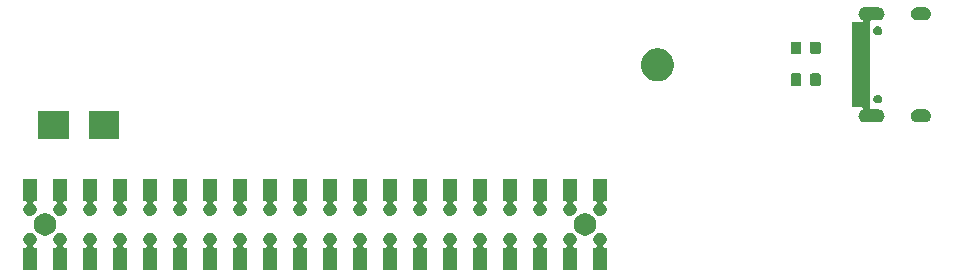
<source format=gts>
G04 #@! TF.GenerationSoftware,KiCad,Pcbnew,(5.1.5)-3*
G04 #@! TF.CreationDate,2021-11-01T10:18:25+01:00*
G04 #@! TF.ProjectId,rp4b-power-adapter,72703462-2d70-46f7-9765-722d61646170,rev?*
G04 #@! TF.SameCoordinates,PX5f5e100PY6052340*
G04 #@! TF.FileFunction,Soldermask,Top*
G04 #@! TF.FilePolarity,Negative*
%FSLAX46Y46*%
G04 Gerber Fmt 4.6, Leading zero omitted, Abs format (unit mm)*
G04 Created by KiCad (PCBNEW (5.1.5)-3) date 2021-11-01 10:18:25*
%MOMM*%
%LPD*%
G04 APERTURE LIST*
%ADD10C,0.100000*%
G04 APERTURE END LIST*
D10*
G36*
X49793638Y3769441D02*
G01*
X49895734Y3727151D01*
X49987614Y3665759D01*
X50065759Y3587614D01*
X50127151Y3495734D01*
X50169441Y3393637D01*
X50191000Y3285253D01*
X50191000Y3174747D01*
X50169441Y3066363D01*
X50127151Y2964266D01*
X50065759Y2872386D01*
X49987616Y2794243D01*
X49936266Y2759932D01*
X49917324Y2744387D01*
X49901779Y2725445D01*
X49890228Y2703834D01*
X49883115Y2680385D01*
X49880713Y2655999D01*
X49883115Y2631613D01*
X49890228Y2608164D01*
X49901779Y2586553D01*
X49917324Y2567611D01*
X49936266Y2552066D01*
X49957877Y2540515D01*
X49981326Y2533402D01*
X50005712Y2531000D01*
X50191000Y2531000D01*
X50191000Y649000D01*
X49069000Y649000D01*
X49069000Y2531000D01*
X49254288Y2531000D01*
X49278674Y2533402D01*
X49302123Y2540515D01*
X49323734Y2552066D01*
X49342676Y2567611D01*
X49358221Y2586553D01*
X49369772Y2608164D01*
X49376885Y2631613D01*
X49379287Y2655999D01*
X49376885Y2680385D01*
X49369772Y2703834D01*
X49358221Y2725445D01*
X49342676Y2744387D01*
X49323734Y2759932D01*
X49272384Y2794243D01*
X49194241Y2872386D01*
X49132849Y2964266D01*
X49090559Y3066363D01*
X49069000Y3174747D01*
X49069000Y3285253D01*
X49090559Y3393637D01*
X49132849Y3495734D01*
X49194241Y3587614D01*
X49272386Y3665759D01*
X49364266Y3727151D01*
X49466362Y3769441D01*
X49574746Y3791000D01*
X49685254Y3791000D01*
X49793638Y3769441D01*
G37*
G36*
X24393638Y3769441D02*
G01*
X24495734Y3727151D01*
X24587614Y3665759D01*
X24665759Y3587614D01*
X24727151Y3495734D01*
X24769441Y3393637D01*
X24791000Y3285253D01*
X24791000Y3174747D01*
X24769441Y3066363D01*
X24727151Y2964266D01*
X24665759Y2872386D01*
X24587616Y2794243D01*
X24536266Y2759932D01*
X24517324Y2744387D01*
X24501779Y2725445D01*
X24490228Y2703834D01*
X24483115Y2680385D01*
X24480713Y2655999D01*
X24483115Y2631613D01*
X24490228Y2608164D01*
X24501779Y2586553D01*
X24517324Y2567611D01*
X24536266Y2552066D01*
X24557877Y2540515D01*
X24581326Y2533402D01*
X24605712Y2531000D01*
X24791000Y2531000D01*
X24791000Y649000D01*
X23669000Y649000D01*
X23669000Y2531000D01*
X23854288Y2531000D01*
X23878674Y2533402D01*
X23902123Y2540515D01*
X23923734Y2552066D01*
X23942676Y2567611D01*
X23958221Y2586553D01*
X23969772Y2608164D01*
X23976885Y2631613D01*
X23979287Y2655999D01*
X23976885Y2680385D01*
X23969772Y2703834D01*
X23958221Y2725445D01*
X23942676Y2744387D01*
X23923734Y2759932D01*
X23872384Y2794243D01*
X23794241Y2872386D01*
X23732849Y2964266D01*
X23690559Y3066363D01*
X23669000Y3174747D01*
X23669000Y3285253D01*
X23690559Y3393637D01*
X23732849Y3495734D01*
X23794241Y3587614D01*
X23872386Y3665759D01*
X23964266Y3727151D01*
X24066362Y3769441D01*
X24174746Y3791000D01*
X24285254Y3791000D01*
X24393638Y3769441D01*
G37*
G36*
X1533638Y3769441D02*
G01*
X1635734Y3727151D01*
X1727614Y3665759D01*
X1805759Y3587614D01*
X1867151Y3495734D01*
X1909441Y3393637D01*
X1931000Y3285253D01*
X1931000Y3174747D01*
X1909441Y3066363D01*
X1867151Y2964266D01*
X1805759Y2872386D01*
X1727616Y2794243D01*
X1676266Y2759932D01*
X1657324Y2744387D01*
X1641779Y2725445D01*
X1630228Y2703834D01*
X1623115Y2680385D01*
X1620713Y2655999D01*
X1623115Y2631613D01*
X1630228Y2608164D01*
X1641779Y2586553D01*
X1657324Y2567611D01*
X1676266Y2552066D01*
X1697877Y2540515D01*
X1721326Y2533402D01*
X1745712Y2531000D01*
X1931000Y2531000D01*
X1931000Y649000D01*
X809000Y649000D01*
X809000Y2531000D01*
X994288Y2531000D01*
X1018674Y2533402D01*
X1042123Y2540515D01*
X1063734Y2552066D01*
X1082676Y2567611D01*
X1098221Y2586553D01*
X1109772Y2608164D01*
X1116885Y2631613D01*
X1119287Y2655999D01*
X1116885Y2680385D01*
X1109772Y2703834D01*
X1098221Y2725445D01*
X1082676Y2744387D01*
X1063734Y2759932D01*
X1012384Y2794243D01*
X934241Y2872386D01*
X872849Y2964266D01*
X830559Y3066363D01*
X809000Y3174747D01*
X809000Y3285253D01*
X830559Y3393637D01*
X872849Y3495734D01*
X934241Y3587614D01*
X1012386Y3665759D01*
X1104266Y3727151D01*
X1206362Y3769441D01*
X1314746Y3791000D01*
X1425254Y3791000D01*
X1533638Y3769441D01*
G37*
G36*
X4073638Y3769441D02*
G01*
X4175734Y3727151D01*
X4267614Y3665759D01*
X4345759Y3587614D01*
X4407151Y3495734D01*
X4449441Y3393637D01*
X4471000Y3285253D01*
X4471000Y3174747D01*
X4449441Y3066363D01*
X4407151Y2964266D01*
X4345759Y2872386D01*
X4267616Y2794243D01*
X4216266Y2759932D01*
X4197324Y2744387D01*
X4181779Y2725445D01*
X4170228Y2703834D01*
X4163115Y2680385D01*
X4160713Y2655999D01*
X4163115Y2631613D01*
X4170228Y2608164D01*
X4181779Y2586553D01*
X4197324Y2567611D01*
X4216266Y2552066D01*
X4237877Y2540515D01*
X4261326Y2533402D01*
X4285712Y2531000D01*
X4471000Y2531000D01*
X4471000Y649000D01*
X3349000Y649000D01*
X3349000Y2531000D01*
X3534288Y2531000D01*
X3558674Y2533402D01*
X3582123Y2540515D01*
X3603734Y2552066D01*
X3622676Y2567611D01*
X3638221Y2586553D01*
X3649772Y2608164D01*
X3656885Y2631613D01*
X3659287Y2655999D01*
X3656885Y2680385D01*
X3649772Y2703834D01*
X3638221Y2725445D01*
X3622676Y2744387D01*
X3603734Y2759932D01*
X3552384Y2794243D01*
X3474241Y2872386D01*
X3412849Y2964266D01*
X3370559Y3066363D01*
X3349000Y3174747D01*
X3349000Y3285253D01*
X3370559Y3393637D01*
X3412849Y3495734D01*
X3474241Y3587614D01*
X3552386Y3665759D01*
X3644266Y3727151D01*
X3746362Y3769441D01*
X3854746Y3791000D01*
X3965254Y3791000D01*
X4073638Y3769441D01*
G37*
G36*
X6613638Y3769441D02*
G01*
X6715734Y3727151D01*
X6807614Y3665759D01*
X6885759Y3587614D01*
X6947151Y3495734D01*
X6989441Y3393637D01*
X7011000Y3285253D01*
X7011000Y3174747D01*
X6989441Y3066363D01*
X6947151Y2964266D01*
X6885759Y2872386D01*
X6807616Y2794243D01*
X6756266Y2759932D01*
X6737324Y2744387D01*
X6721779Y2725445D01*
X6710228Y2703834D01*
X6703115Y2680385D01*
X6700713Y2655999D01*
X6703115Y2631613D01*
X6710228Y2608164D01*
X6721779Y2586553D01*
X6737324Y2567611D01*
X6756266Y2552066D01*
X6777877Y2540515D01*
X6801326Y2533402D01*
X6825712Y2531000D01*
X7011000Y2531000D01*
X7011000Y649000D01*
X5889000Y649000D01*
X5889000Y2531000D01*
X6074288Y2531000D01*
X6098674Y2533402D01*
X6122123Y2540515D01*
X6143734Y2552066D01*
X6162676Y2567611D01*
X6178221Y2586553D01*
X6189772Y2608164D01*
X6196885Y2631613D01*
X6199287Y2655999D01*
X6196885Y2680385D01*
X6189772Y2703834D01*
X6178221Y2725445D01*
X6162676Y2744387D01*
X6143734Y2759932D01*
X6092384Y2794243D01*
X6014241Y2872386D01*
X5952849Y2964266D01*
X5910559Y3066363D01*
X5889000Y3174747D01*
X5889000Y3285253D01*
X5910559Y3393637D01*
X5952849Y3495734D01*
X6014241Y3587614D01*
X6092386Y3665759D01*
X6184266Y3727151D01*
X6286362Y3769441D01*
X6394746Y3791000D01*
X6505254Y3791000D01*
X6613638Y3769441D01*
G37*
G36*
X9153638Y3769441D02*
G01*
X9255734Y3727151D01*
X9347614Y3665759D01*
X9425759Y3587614D01*
X9487151Y3495734D01*
X9529441Y3393637D01*
X9551000Y3285253D01*
X9551000Y3174747D01*
X9529441Y3066363D01*
X9487151Y2964266D01*
X9425759Y2872386D01*
X9347616Y2794243D01*
X9296266Y2759932D01*
X9277324Y2744387D01*
X9261779Y2725445D01*
X9250228Y2703834D01*
X9243115Y2680385D01*
X9240713Y2655999D01*
X9243115Y2631613D01*
X9250228Y2608164D01*
X9261779Y2586553D01*
X9277324Y2567611D01*
X9296266Y2552066D01*
X9317877Y2540515D01*
X9341326Y2533402D01*
X9365712Y2531000D01*
X9551000Y2531000D01*
X9551000Y649000D01*
X8429000Y649000D01*
X8429000Y2531000D01*
X8614288Y2531000D01*
X8638674Y2533402D01*
X8662123Y2540515D01*
X8683734Y2552066D01*
X8702676Y2567611D01*
X8718221Y2586553D01*
X8729772Y2608164D01*
X8736885Y2631613D01*
X8739287Y2655999D01*
X8736885Y2680385D01*
X8729772Y2703834D01*
X8718221Y2725445D01*
X8702676Y2744387D01*
X8683734Y2759932D01*
X8632384Y2794243D01*
X8554241Y2872386D01*
X8492849Y2964266D01*
X8450559Y3066363D01*
X8429000Y3174747D01*
X8429000Y3285253D01*
X8450559Y3393637D01*
X8492849Y3495734D01*
X8554241Y3587614D01*
X8632386Y3665759D01*
X8724266Y3727151D01*
X8826362Y3769441D01*
X8934746Y3791000D01*
X9045254Y3791000D01*
X9153638Y3769441D01*
G37*
G36*
X11693638Y3769441D02*
G01*
X11795734Y3727151D01*
X11887614Y3665759D01*
X11965759Y3587614D01*
X12027151Y3495734D01*
X12069441Y3393637D01*
X12091000Y3285253D01*
X12091000Y3174747D01*
X12069441Y3066363D01*
X12027151Y2964266D01*
X11965759Y2872386D01*
X11887616Y2794243D01*
X11836266Y2759932D01*
X11817324Y2744387D01*
X11801779Y2725445D01*
X11790228Y2703834D01*
X11783115Y2680385D01*
X11780713Y2655999D01*
X11783115Y2631613D01*
X11790228Y2608164D01*
X11801779Y2586553D01*
X11817324Y2567611D01*
X11836266Y2552066D01*
X11857877Y2540515D01*
X11881326Y2533402D01*
X11905712Y2531000D01*
X12091000Y2531000D01*
X12091000Y649000D01*
X10969000Y649000D01*
X10969000Y2531000D01*
X11154288Y2531000D01*
X11178674Y2533402D01*
X11202123Y2540515D01*
X11223734Y2552066D01*
X11242676Y2567611D01*
X11258221Y2586553D01*
X11269772Y2608164D01*
X11276885Y2631613D01*
X11279287Y2655999D01*
X11276885Y2680385D01*
X11269772Y2703834D01*
X11258221Y2725445D01*
X11242676Y2744387D01*
X11223734Y2759932D01*
X11172384Y2794243D01*
X11094241Y2872386D01*
X11032849Y2964266D01*
X10990559Y3066363D01*
X10969000Y3174747D01*
X10969000Y3285253D01*
X10990559Y3393637D01*
X11032849Y3495734D01*
X11094241Y3587614D01*
X11172386Y3665759D01*
X11264266Y3727151D01*
X11366362Y3769441D01*
X11474746Y3791000D01*
X11585254Y3791000D01*
X11693638Y3769441D01*
G37*
G36*
X14233638Y3769441D02*
G01*
X14335734Y3727151D01*
X14427614Y3665759D01*
X14505759Y3587614D01*
X14567151Y3495734D01*
X14609441Y3393637D01*
X14631000Y3285253D01*
X14631000Y3174747D01*
X14609441Y3066363D01*
X14567151Y2964266D01*
X14505759Y2872386D01*
X14427616Y2794243D01*
X14376266Y2759932D01*
X14357324Y2744387D01*
X14341779Y2725445D01*
X14330228Y2703834D01*
X14323115Y2680385D01*
X14320713Y2655999D01*
X14323115Y2631613D01*
X14330228Y2608164D01*
X14341779Y2586553D01*
X14357324Y2567611D01*
X14376266Y2552066D01*
X14397877Y2540515D01*
X14421326Y2533402D01*
X14445712Y2531000D01*
X14631000Y2531000D01*
X14631000Y649000D01*
X13509000Y649000D01*
X13509000Y2531000D01*
X13694288Y2531000D01*
X13718674Y2533402D01*
X13742123Y2540515D01*
X13763734Y2552066D01*
X13782676Y2567611D01*
X13798221Y2586553D01*
X13809772Y2608164D01*
X13816885Y2631613D01*
X13819287Y2655999D01*
X13816885Y2680385D01*
X13809772Y2703834D01*
X13798221Y2725445D01*
X13782676Y2744387D01*
X13763734Y2759932D01*
X13712384Y2794243D01*
X13634241Y2872386D01*
X13572849Y2964266D01*
X13530559Y3066363D01*
X13509000Y3174747D01*
X13509000Y3285253D01*
X13530559Y3393637D01*
X13572849Y3495734D01*
X13634241Y3587614D01*
X13712386Y3665759D01*
X13804266Y3727151D01*
X13906362Y3769441D01*
X14014746Y3791000D01*
X14125254Y3791000D01*
X14233638Y3769441D01*
G37*
G36*
X16773638Y3769441D02*
G01*
X16875734Y3727151D01*
X16967614Y3665759D01*
X17045759Y3587614D01*
X17107151Y3495734D01*
X17149441Y3393637D01*
X17171000Y3285253D01*
X17171000Y3174747D01*
X17149441Y3066363D01*
X17107151Y2964266D01*
X17045759Y2872386D01*
X16967616Y2794243D01*
X16916266Y2759932D01*
X16897324Y2744387D01*
X16881779Y2725445D01*
X16870228Y2703834D01*
X16863115Y2680385D01*
X16860713Y2655999D01*
X16863115Y2631613D01*
X16870228Y2608164D01*
X16881779Y2586553D01*
X16897324Y2567611D01*
X16916266Y2552066D01*
X16937877Y2540515D01*
X16961326Y2533402D01*
X16985712Y2531000D01*
X17171000Y2531000D01*
X17171000Y649000D01*
X16049000Y649000D01*
X16049000Y2531000D01*
X16234288Y2531000D01*
X16258674Y2533402D01*
X16282123Y2540515D01*
X16303734Y2552066D01*
X16322676Y2567611D01*
X16338221Y2586553D01*
X16349772Y2608164D01*
X16356885Y2631613D01*
X16359287Y2655999D01*
X16356885Y2680385D01*
X16349772Y2703834D01*
X16338221Y2725445D01*
X16322676Y2744387D01*
X16303734Y2759932D01*
X16252384Y2794243D01*
X16174241Y2872386D01*
X16112849Y2964266D01*
X16070559Y3066363D01*
X16049000Y3174747D01*
X16049000Y3285253D01*
X16070559Y3393637D01*
X16112849Y3495734D01*
X16174241Y3587614D01*
X16252386Y3665759D01*
X16344266Y3727151D01*
X16446362Y3769441D01*
X16554746Y3791000D01*
X16665254Y3791000D01*
X16773638Y3769441D01*
G37*
G36*
X19313638Y3769441D02*
G01*
X19415734Y3727151D01*
X19507614Y3665759D01*
X19585759Y3587614D01*
X19647151Y3495734D01*
X19689441Y3393637D01*
X19711000Y3285253D01*
X19711000Y3174747D01*
X19689441Y3066363D01*
X19647151Y2964266D01*
X19585759Y2872386D01*
X19507616Y2794243D01*
X19456266Y2759932D01*
X19437324Y2744387D01*
X19421779Y2725445D01*
X19410228Y2703834D01*
X19403115Y2680385D01*
X19400713Y2655999D01*
X19403115Y2631613D01*
X19410228Y2608164D01*
X19421779Y2586553D01*
X19437324Y2567611D01*
X19456266Y2552066D01*
X19477877Y2540515D01*
X19501326Y2533402D01*
X19525712Y2531000D01*
X19711000Y2531000D01*
X19711000Y649000D01*
X18589000Y649000D01*
X18589000Y2531000D01*
X18774288Y2531000D01*
X18798674Y2533402D01*
X18822123Y2540515D01*
X18843734Y2552066D01*
X18862676Y2567611D01*
X18878221Y2586553D01*
X18889772Y2608164D01*
X18896885Y2631613D01*
X18899287Y2655999D01*
X18896885Y2680385D01*
X18889772Y2703834D01*
X18878221Y2725445D01*
X18862676Y2744387D01*
X18843734Y2759932D01*
X18792384Y2794243D01*
X18714241Y2872386D01*
X18652849Y2964266D01*
X18610559Y3066363D01*
X18589000Y3174747D01*
X18589000Y3285253D01*
X18610559Y3393637D01*
X18652849Y3495734D01*
X18714241Y3587614D01*
X18792386Y3665759D01*
X18884266Y3727151D01*
X18986362Y3769441D01*
X19094746Y3791000D01*
X19205254Y3791000D01*
X19313638Y3769441D01*
G37*
G36*
X21853638Y3769441D02*
G01*
X21955734Y3727151D01*
X22047614Y3665759D01*
X22125759Y3587614D01*
X22187151Y3495734D01*
X22229441Y3393637D01*
X22251000Y3285253D01*
X22251000Y3174747D01*
X22229441Y3066363D01*
X22187151Y2964266D01*
X22125759Y2872386D01*
X22047616Y2794243D01*
X21996266Y2759932D01*
X21977324Y2744387D01*
X21961779Y2725445D01*
X21950228Y2703834D01*
X21943115Y2680385D01*
X21940713Y2655999D01*
X21943115Y2631613D01*
X21950228Y2608164D01*
X21961779Y2586553D01*
X21977324Y2567611D01*
X21996266Y2552066D01*
X22017877Y2540515D01*
X22041326Y2533402D01*
X22065712Y2531000D01*
X22251000Y2531000D01*
X22251000Y649000D01*
X21129000Y649000D01*
X21129000Y2531000D01*
X21314288Y2531000D01*
X21338674Y2533402D01*
X21362123Y2540515D01*
X21383734Y2552066D01*
X21402676Y2567611D01*
X21418221Y2586553D01*
X21429772Y2608164D01*
X21436885Y2631613D01*
X21439287Y2655999D01*
X21436885Y2680385D01*
X21429772Y2703834D01*
X21418221Y2725445D01*
X21402676Y2744387D01*
X21383734Y2759932D01*
X21332384Y2794243D01*
X21254241Y2872386D01*
X21192849Y2964266D01*
X21150559Y3066363D01*
X21129000Y3174747D01*
X21129000Y3285253D01*
X21150559Y3393637D01*
X21192849Y3495734D01*
X21254241Y3587614D01*
X21332386Y3665759D01*
X21424266Y3727151D01*
X21526362Y3769441D01*
X21634746Y3791000D01*
X21745254Y3791000D01*
X21853638Y3769441D01*
G37*
G36*
X29473638Y3769441D02*
G01*
X29575734Y3727151D01*
X29667614Y3665759D01*
X29745759Y3587614D01*
X29807151Y3495734D01*
X29849441Y3393637D01*
X29871000Y3285253D01*
X29871000Y3174747D01*
X29849441Y3066363D01*
X29807151Y2964266D01*
X29745759Y2872386D01*
X29667616Y2794243D01*
X29616266Y2759932D01*
X29597324Y2744387D01*
X29581779Y2725445D01*
X29570228Y2703834D01*
X29563115Y2680385D01*
X29560713Y2655999D01*
X29563115Y2631613D01*
X29570228Y2608164D01*
X29581779Y2586553D01*
X29597324Y2567611D01*
X29616266Y2552066D01*
X29637877Y2540515D01*
X29661326Y2533402D01*
X29685712Y2531000D01*
X29871000Y2531000D01*
X29871000Y649000D01*
X28749000Y649000D01*
X28749000Y2531000D01*
X28934288Y2531000D01*
X28958674Y2533402D01*
X28982123Y2540515D01*
X29003734Y2552066D01*
X29022676Y2567611D01*
X29038221Y2586553D01*
X29049772Y2608164D01*
X29056885Y2631613D01*
X29059287Y2655999D01*
X29056885Y2680385D01*
X29049772Y2703834D01*
X29038221Y2725445D01*
X29022676Y2744387D01*
X29003734Y2759932D01*
X28952384Y2794243D01*
X28874241Y2872386D01*
X28812849Y2964266D01*
X28770559Y3066363D01*
X28749000Y3174747D01*
X28749000Y3285253D01*
X28770559Y3393637D01*
X28812849Y3495734D01*
X28874241Y3587614D01*
X28952386Y3665759D01*
X29044266Y3727151D01*
X29146362Y3769441D01*
X29254746Y3791000D01*
X29365254Y3791000D01*
X29473638Y3769441D01*
G37*
G36*
X32013638Y3769441D02*
G01*
X32115734Y3727151D01*
X32207614Y3665759D01*
X32285759Y3587614D01*
X32347151Y3495734D01*
X32389441Y3393637D01*
X32411000Y3285253D01*
X32411000Y3174747D01*
X32389441Y3066363D01*
X32347151Y2964266D01*
X32285759Y2872386D01*
X32207616Y2794243D01*
X32156266Y2759932D01*
X32137324Y2744387D01*
X32121779Y2725445D01*
X32110228Y2703834D01*
X32103115Y2680385D01*
X32100713Y2655999D01*
X32103115Y2631613D01*
X32110228Y2608164D01*
X32121779Y2586553D01*
X32137324Y2567611D01*
X32156266Y2552066D01*
X32177877Y2540515D01*
X32201326Y2533402D01*
X32225712Y2531000D01*
X32411000Y2531000D01*
X32411000Y649000D01*
X31289000Y649000D01*
X31289000Y2531000D01*
X31474288Y2531000D01*
X31498674Y2533402D01*
X31522123Y2540515D01*
X31543734Y2552066D01*
X31562676Y2567611D01*
X31578221Y2586553D01*
X31589772Y2608164D01*
X31596885Y2631613D01*
X31599287Y2655999D01*
X31596885Y2680385D01*
X31589772Y2703834D01*
X31578221Y2725445D01*
X31562676Y2744387D01*
X31543734Y2759932D01*
X31492384Y2794243D01*
X31414241Y2872386D01*
X31352849Y2964266D01*
X31310559Y3066363D01*
X31289000Y3174747D01*
X31289000Y3285253D01*
X31310559Y3393637D01*
X31352849Y3495734D01*
X31414241Y3587614D01*
X31492386Y3665759D01*
X31584266Y3727151D01*
X31686362Y3769441D01*
X31794746Y3791000D01*
X31905254Y3791000D01*
X32013638Y3769441D01*
G37*
G36*
X34553638Y3769441D02*
G01*
X34655734Y3727151D01*
X34747614Y3665759D01*
X34825759Y3587614D01*
X34887151Y3495734D01*
X34929441Y3393637D01*
X34951000Y3285253D01*
X34951000Y3174747D01*
X34929441Y3066363D01*
X34887151Y2964266D01*
X34825759Y2872386D01*
X34747616Y2794243D01*
X34696266Y2759932D01*
X34677324Y2744387D01*
X34661779Y2725445D01*
X34650228Y2703834D01*
X34643115Y2680385D01*
X34640713Y2655999D01*
X34643115Y2631613D01*
X34650228Y2608164D01*
X34661779Y2586553D01*
X34677324Y2567611D01*
X34696266Y2552066D01*
X34717877Y2540515D01*
X34741326Y2533402D01*
X34765712Y2531000D01*
X34951000Y2531000D01*
X34951000Y649000D01*
X33829000Y649000D01*
X33829000Y2531000D01*
X34014288Y2531000D01*
X34038674Y2533402D01*
X34062123Y2540515D01*
X34083734Y2552066D01*
X34102676Y2567611D01*
X34118221Y2586553D01*
X34129772Y2608164D01*
X34136885Y2631613D01*
X34139287Y2655999D01*
X34136885Y2680385D01*
X34129772Y2703834D01*
X34118221Y2725445D01*
X34102676Y2744387D01*
X34083734Y2759932D01*
X34032384Y2794243D01*
X33954241Y2872386D01*
X33892849Y2964266D01*
X33850559Y3066363D01*
X33829000Y3174747D01*
X33829000Y3285253D01*
X33850559Y3393637D01*
X33892849Y3495734D01*
X33954241Y3587614D01*
X34032386Y3665759D01*
X34124266Y3727151D01*
X34226362Y3769441D01*
X34334746Y3791000D01*
X34445254Y3791000D01*
X34553638Y3769441D01*
G37*
G36*
X37093638Y3769441D02*
G01*
X37195734Y3727151D01*
X37287614Y3665759D01*
X37365759Y3587614D01*
X37427151Y3495734D01*
X37469441Y3393637D01*
X37491000Y3285253D01*
X37491000Y3174747D01*
X37469441Y3066363D01*
X37427151Y2964266D01*
X37365759Y2872386D01*
X37287616Y2794243D01*
X37236266Y2759932D01*
X37217324Y2744387D01*
X37201779Y2725445D01*
X37190228Y2703834D01*
X37183115Y2680385D01*
X37180713Y2655999D01*
X37183115Y2631613D01*
X37190228Y2608164D01*
X37201779Y2586553D01*
X37217324Y2567611D01*
X37236266Y2552066D01*
X37257877Y2540515D01*
X37281326Y2533402D01*
X37305712Y2531000D01*
X37491000Y2531000D01*
X37491000Y649000D01*
X36369000Y649000D01*
X36369000Y2531000D01*
X36554288Y2531000D01*
X36578674Y2533402D01*
X36602123Y2540515D01*
X36623734Y2552066D01*
X36642676Y2567611D01*
X36658221Y2586553D01*
X36669772Y2608164D01*
X36676885Y2631613D01*
X36679287Y2655999D01*
X36676885Y2680385D01*
X36669772Y2703834D01*
X36658221Y2725445D01*
X36642676Y2744387D01*
X36623734Y2759932D01*
X36572384Y2794243D01*
X36494241Y2872386D01*
X36432849Y2964266D01*
X36390559Y3066363D01*
X36369000Y3174747D01*
X36369000Y3285253D01*
X36390559Y3393637D01*
X36432849Y3495734D01*
X36494241Y3587614D01*
X36572386Y3665759D01*
X36664266Y3727151D01*
X36766362Y3769441D01*
X36874746Y3791000D01*
X36985254Y3791000D01*
X37093638Y3769441D01*
G37*
G36*
X39633638Y3769441D02*
G01*
X39735734Y3727151D01*
X39827614Y3665759D01*
X39905759Y3587614D01*
X39967151Y3495734D01*
X40009441Y3393637D01*
X40031000Y3285253D01*
X40031000Y3174747D01*
X40009441Y3066363D01*
X39967151Y2964266D01*
X39905759Y2872386D01*
X39827616Y2794243D01*
X39776266Y2759932D01*
X39757324Y2744387D01*
X39741779Y2725445D01*
X39730228Y2703834D01*
X39723115Y2680385D01*
X39720713Y2655999D01*
X39723115Y2631613D01*
X39730228Y2608164D01*
X39741779Y2586553D01*
X39757324Y2567611D01*
X39776266Y2552066D01*
X39797877Y2540515D01*
X39821326Y2533402D01*
X39845712Y2531000D01*
X40031000Y2531000D01*
X40031000Y649000D01*
X38909000Y649000D01*
X38909000Y2531000D01*
X39094288Y2531000D01*
X39118674Y2533402D01*
X39142123Y2540515D01*
X39163734Y2552066D01*
X39182676Y2567611D01*
X39198221Y2586553D01*
X39209772Y2608164D01*
X39216885Y2631613D01*
X39219287Y2655999D01*
X39216885Y2680385D01*
X39209772Y2703834D01*
X39198221Y2725445D01*
X39182676Y2744387D01*
X39163734Y2759932D01*
X39112384Y2794243D01*
X39034241Y2872386D01*
X38972849Y2964266D01*
X38930559Y3066363D01*
X38909000Y3174747D01*
X38909000Y3285253D01*
X38930559Y3393637D01*
X38972849Y3495734D01*
X39034241Y3587614D01*
X39112386Y3665759D01*
X39204266Y3727151D01*
X39306362Y3769441D01*
X39414746Y3791000D01*
X39525254Y3791000D01*
X39633638Y3769441D01*
G37*
G36*
X42173638Y3769441D02*
G01*
X42275734Y3727151D01*
X42367614Y3665759D01*
X42445759Y3587614D01*
X42507151Y3495734D01*
X42549441Y3393637D01*
X42571000Y3285253D01*
X42571000Y3174747D01*
X42549441Y3066363D01*
X42507151Y2964266D01*
X42445759Y2872386D01*
X42367616Y2794243D01*
X42316266Y2759932D01*
X42297324Y2744387D01*
X42281779Y2725445D01*
X42270228Y2703834D01*
X42263115Y2680385D01*
X42260713Y2655999D01*
X42263115Y2631613D01*
X42270228Y2608164D01*
X42281779Y2586553D01*
X42297324Y2567611D01*
X42316266Y2552066D01*
X42337877Y2540515D01*
X42361326Y2533402D01*
X42385712Y2531000D01*
X42571000Y2531000D01*
X42571000Y649000D01*
X41449000Y649000D01*
X41449000Y2531000D01*
X41634288Y2531000D01*
X41658674Y2533402D01*
X41682123Y2540515D01*
X41703734Y2552066D01*
X41722676Y2567611D01*
X41738221Y2586553D01*
X41749772Y2608164D01*
X41756885Y2631613D01*
X41759287Y2655999D01*
X41756885Y2680385D01*
X41749772Y2703834D01*
X41738221Y2725445D01*
X41722676Y2744387D01*
X41703734Y2759932D01*
X41652384Y2794243D01*
X41574241Y2872386D01*
X41512849Y2964266D01*
X41470559Y3066363D01*
X41449000Y3174747D01*
X41449000Y3285253D01*
X41470559Y3393637D01*
X41512849Y3495734D01*
X41574241Y3587614D01*
X41652386Y3665759D01*
X41744266Y3727151D01*
X41846362Y3769441D01*
X41954746Y3791000D01*
X42065254Y3791000D01*
X42173638Y3769441D01*
G37*
G36*
X44713638Y3769441D02*
G01*
X44815734Y3727151D01*
X44907614Y3665759D01*
X44985759Y3587614D01*
X45047151Y3495734D01*
X45089441Y3393637D01*
X45111000Y3285253D01*
X45111000Y3174747D01*
X45089441Y3066363D01*
X45047151Y2964266D01*
X44985759Y2872386D01*
X44907616Y2794243D01*
X44856266Y2759932D01*
X44837324Y2744387D01*
X44821779Y2725445D01*
X44810228Y2703834D01*
X44803115Y2680385D01*
X44800713Y2655999D01*
X44803115Y2631613D01*
X44810228Y2608164D01*
X44821779Y2586553D01*
X44837324Y2567611D01*
X44856266Y2552066D01*
X44877877Y2540515D01*
X44901326Y2533402D01*
X44925712Y2531000D01*
X45111000Y2531000D01*
X45111000Y649000D01*
X43989000Y649000D01*
X43989000Y2531000D01*
X44174288Y2531000D01*
X44198674Y2533402D01*
X44222123Y2540515D01*
X44243734Y2552066D01*
X44262676Y2567611D01*
X44278221Y2586553D01*
X44289772Y2608164D01*
X44296885Y2631613D01*
X44299287Y2655999D01*
X44296885Y2680385D01*
X44289772Y2703834D01*
X44278221Y2725445D01*
X44262676Y2744387D01*
X44243734Y2759932D01*
X44192384Y2794243D01*
X44114241Y2872386D01*
X44052849Y2964266D01*
X44010559Y3066363D01*
X43989000Y3174747D01*
X43989000Y3285253D01*
X44010559Y3393637D01*
X44052849Y3495734D01*
X44114241Y3587614D01*
X44192386Y3665759D01*
X44284266Y3727151D01*
X44386362Y3769441D01*
X44494746Y3791000D01*
X44605254Y3791000D01*
X44713638Y3769441D01*
G37*
G36*
X47253638Y3769441D02*
G01*
X47355734Y3727151D01*
X47447614Y3665759D01*
X47525759Y3587614D01*
X47587151Y3495734D01*
X47629441Y3393637D01*
X47651000Y3285253D01*
X47651000Y3174747D01*
X47629441Y3066363D01*
X47587151Y2964266D01*
X47525759Y2872386D01*
X47447616Y2794243D01*
X47396266Y2759932D01*
X47377324Y2744387D01*
X47361779Y2725445D01*
X47350228Y2703834D01*
X47343115Y2680385D01*
X47340713Y2655999D01*
X47343115Y2631613D01*
X47350228Y2608164D01*
X47361779Y2586553D01*
X47377324Y2567611D01*
X47396266Y2552066D01*
X47417877Y2540515D01*
X47441326Y2533402D01*
X47465712Y2531000D01*
X47651000Y2531000D01*
X47651000Y649000D01*
X46529000Y649000D01*
X46529000Y2531000D01*
X46714288Y2531000D01*
X46738674Y2533402D01*
X46762123Y2540515D01*
X46783734Y2552066D01*
X46802676Y2567611D01*
X46818221Y2586553D01*
X46829772Y2608164D01*
X46836885Y2631613D01*
X46839287Y2655999D01*
X46836885Y2680385D01*
X46829772Y2703834D01*
X46818221Y2725445D01*
X46802676Y2744387D01*
X46783734Y2759932D01*
X46732384Y2794243D01*
X46654241Y2872386D01*
X46592849Y2964266D01*
X46550559Y3066363D01*
X46529000Y3174747D01*
X46529000Y3285253D01*
X46550559Y3393637D01*
X46592849Y3495734D01*
X46654241Y3587614D01*
X46732386Y3665759D01*
X46824266Y3727151D01*
X46926362Y3769441D01*
X47034746Y3791000D01*
X47145254Y3791000D01*
X47253638Y3769441D01*
G37*
G36*
X26933638Y3769441D02*
G01*
X27035734Y3727151D01*
X27127614Y3665759D01*
X27205759Y3587614D01*
X27267151Y3495734D01*
X27309441Y3393637D01*
X27331000Y3285253D01*
X27331000Y3174747D01*
X27309441Y3066363D01*
X27267151Y2964266D01*
X27205759Y2872386D01*
X27127616Y2794243D01*
X27076266Y2759932D01*
X27057324Y2744387D01*
X27041779Y2725445D01*
X27030228Y2703834D01*
X27023115Y2680385D01*
X27020713Y2655999D01*
X27023115Y2631613D01*
X27030228Y2608164D01*
X27041779Y2586553D01*
X27057324Y2567611D01*
X27076266Y2552066D01*
X27097877Y2540515D01*
X27121326Y2533402D01*
X27145712Y2531000D01*
X27331000Y2531000D01*
X27331000Y649000D01*
X26209000Y649000D01*
X26209000Y2531000D01*
X26394288Y2531000D01*
X26418674Y2533402D01*
X26442123Y2540515D01*
X26463734Y2552066D01*
X26482676Y2567611D01*
X26498221Y2586553D01*
X26509772Y2608164D01*
X26516885Y2631613D01*
X26519287Y2655999D01*
X26516885Y2680385D01*
X26509772Y2703834D01*
X26498221Y2725445D01*
X26482676Y2744387D01*
X26463734Y2759932D01*
X26412384Y2794243D01*
X26334241Y2872386D01*
X26272849Y2964266D01*
X26230559Y3066363D01*
X26209000Y3174747D01*
X26209000Y3285253D01*
X26230559Y3393637D01*
X26272849Y3495734D01*
X26334241Y3587614D01*
X26412386Y3665759D01*
X26504266Y3727151D01*
X26606362Y3769441D01*
X26714746Y3791000D01*
X26825254Y3791000D01*
X26933638Y3769441D01*
G37*
G36*
X2917395Y5414454D02*
G01*
X3090466Y5342766D01*
X3167818Y5291081D01*
X3246227Y5238690D01*
X3378690Y5106227D01*
X3378691Y5106225D01*
X3482766Y4950466D01*
X3554454Y4777395D01*
X3591000Y4593667D01*
X3591000Y4406333D01*
X3554454Y4222605D01*
X3482766Y4049534D01*
X3482765Y4049533D01*
X3378690Y3893773D01*
X3246227Y3761310D01*
X3195104Y3727151D01*
X3090466Y3657234D01*
X2917395Y3585546D01*
X2733667Y3549000D01*
X2546333Y3549000D01*
X2362605Y3585546D01*
X2189534Y3657234D01*
X2084896Y3727151D01*
X2033773Y3761310D01*
X1901310Y3893773D01*
X1797235Y4049533D01*
X1797234Y4049534D01*
X1725546Y4222605D01*
X1689000Y4406333D01*
X1689000Y4593667D01*
X1725546Y4777395D01*
X1797234Y4950466D01*
X1901309Y5106225D01*
X1901310Y5106227D01*
X2033773Y5238690D01*
X2112182Y5291081D01*
X2189534Y5342766D01*
X2362605Y5414454D01*
X2546333Y5451000D01*
X2733667Y5451000D01*
X2917395Y5414454D01*
G37*
G36*
X48637395Y5414454D02*
G01*
X48810466Y5342766D01*
X48887818Y5291081D01*
X48966227Y5238690D01*
X49098690Y5106227D01*
X49098691Y5106225D01*
X49202766Y4950466D01*
X49274454Y4777395D01*
X49311000Y4593667D01*
X49311000Y4406333D01*
X49274454Y4222605D01*
X49202766Y4049534D01*
X49202765Y4049533D01*
X49098690Y3893773D01*
X48966227Y3761310D01*
X48915104Y3727151D01*
X48810466Y3657234D01*
X48637395Y3585546D01*
X48453667Y3549000D01*
X48266333Y3549000D01*
X48082605Y3585546D01*
X47909534Y3657234D01*
X47804896Y3727151D01*
X47753773Y3761310D01*
X47621310Y3893773D01*
X47517235Y4049533D01*
X47517234Y4049534D01*
X47445546Y4222605D01*
X47409000Y4406333D01*
X47409000Y4593667D01*
X47445546Y4777395D01*
X47517234Y4950466D01*
X47621309Y5106225D01*
X47621310Y5106227D01*
X47753773Y5238690D01*
X47832182Y5291081D01*
X47909534Y5342766D01*
X48082605Y5414454D01*
X48266333Y5451000D01*
X48453667Y5451000D01*
X48637395Y5414454D01*
G37*
G36*
X47651000Y6469000D02*
G01*
X47465712Y6469000D01*
X47441326Y6466598D01*
X47417877Y6459485D01*
X47396266Y6447934D01*
X47377324Y6432389D01*
X47361779Y6413447D01*
X47350228Y6391836D01*
X47343115Y6368387D01*
X47340713Y6344001D01*
X47343115Y6319615D01*
X47350228Y6296166D01*
X47361779Y6274555D01*
X47377324Y6255613D01*
X47396266Y6240068D01*
X47447616Y6205757D01*
X47525759Y6127614D01*
X47587151Y6035734D01*
X47629441Y5933637D01*
X47651000Y5825253D01*
X47651000Y5714747D01*
X47629441Y5606363D01*
X47587151Y5504266D01*
X47525759Y5412386D01*
X47447614Y5334241D01*
X47355734Y5272849D01*
X47304685Y5251704D01*
X47253638Y5230559D01*
X47145254Y5209000D01*
X47034746Y5209000D01*
X46926362Y5230559D01*
X46875315Y5251704D01*
X46824266Y5272849D01*
X46732386Y5334241D01*
X46654241Y5412386D01*
X46592849Y5504266D01*
X46550559Y5606363D01*
X46529000Y5714747D01*
X46529000Y5825253D01*
X46550559Y5933637D01*
X46592849Y6035734D01*
X46654241Y6127614D01*
X46732384Y6205757D01*
X46783734Y6240068D01*
X46802676Y6255613D01*
X46818221Y6274555D01*
X46829772Y6296166D01*
X46836885Y6319615D01*
X46839287Y6344001D01*
X46836885Y6368387D01*
X46829772Y6391836D01*
X46818221Y6413447D01*
X46802676Y6432389D01*
X46783734Y6447934D01*
X46762123Y6459485D01*
X46738674Y6466598D01*
X46714288Y6469000D01*
X46529000Y6469000D01*
X46529000Y8351000D01*
X47651000Y8351000D01*
X47651000Y6469000D01*
G37*
G36*
X42571000Y6469000D02*
G01*
X42385712Y6469000D01*
X42361326Y6466598D01*
X42337877Y6459485D01*
X42316266Y6447934D01*
X42297324Y6432389D01*
X42281779Y6413447D01*
X42270228Y6391836D01*
X42263115Y6368387D01*
X42260713Y6344001D01*
X42263115Y6319615D01*
X42270228Y6296166D01*
X42281779Y6274555D01*
X42297324Y6255613D01*
X42316266Y6240068D01*
X42367616Y6205757D01*
X42445759Y6127614D01*
X42507151Y6035734D01*
X42549441Y5933637D01*
X42571000Y5825253D01*
X42571000Y5714747D01*
X42549441Y5606363D01*
X42507151Y5504266D01*
X42445759Y5412386D01*
X42367614Y5334241D01*
X42275734Y5272849D01*
X42224685Y5251704D01*
X42173638Y5230559D01*
X42065254Y5209000D01*
X41954746Y5209000D01*
X41846362Y5230559D01*
X41795315Y5251704D01*
X41744266Y5272849D01*
X41652386Y5334241D01*
X41574241Y5412386D01*
X41512849Y5504266D01*
X41470559Y5606363D01*
X41449000Y5714747D01*
X41449000Y5825253D01*
X41470559Y5933637D01*
X41512849Y6035734D01*
X41574241Y6127614D01*
X41652384Y6205757D01*
X41703734Y6240068D01*
X41722676Y6255613D01*
X41738221Y6274555D01*
X41749772Y6296166D01*
X41756885Y6319615D01*
X41759287Y6344001D01*
X41756885Y6368387D01*
X41749772Y6391836D01*
X41738221Y6413447D01*
X41722676Y6432389D01*
X41703734Y6447934D01*
X41682123Y6459485D01*
X41658674Y6466598D01*
X41634288Y6469000D01*
X41449000Y6469000D01*
X41449000Y8351000D01*
X42571000Y8351000D01*
X42571000Y6469000D01*
G37*
G36*
X40031000Y6469000D02*
G01*
X39845712Y6469000D01*
X39821326Y6466598D01*
X39797877Y6459485D01*
X39776266Y6447934D01*
X39757324Y6432389D01*
X39741779Y6413447D01*
X39730228Y6391836D01*
X39723115Y6368387D01*
X39720713Y6344001D01*
X39723115Y6319615D01*
X39730228Y6296166D01*
X39741779Y6274555D01*
X39757324Y6255613D01*
X39776266Y6240068D01*
X39827616Y6205757D01*
X39905759Y6127614D01*
X39967151Y6035734D01*
X40009441Y5933637D01*
X40031000Y5825253D01*
X40031000Y5714747D01*
X40009441Y5606363D01*
X39967151Y5504266D01*
X39905759Y5412386D01*
X39827614Y5334241D01*
X39735734Y5272849D01*
X39684685Y5251704D01*
X39633638Y5230559D01*
X39525254Y5209000D01*
X39414746Y5209000D01*
X39306362Y5230559D01*
X39255315Y5251704D01*
X39204266Y5272849D01*
X39112386Y5334241D01*
X39034241Y5412386D01*
X38972849Y5504266D01*
X38930559Y5606363D01*
X38909000Y5714747D01*
X38909000Y5825253D01*
X38930559Y5933637D01*
X38972849Y6035734D01*
X39034241Y6127614D01*
X39112384Y6205757D01*
X39163734Y6240068D01*
X39182676Y6255613D01*
X39198221Y6274555D01*
X39209772Y6296166D01*
X39216885Y6319615D01*
X39219287Y6344001D01*
X39216885Y6368387D01*
X39209772Y6391836D01*
X39198221Y6413447D01*
X39182676Y6432389D01*
X39163734Y6447934D01*
X39142123Y6459485D01*
X39118674Y6466598D01*
X39094288Y6469000D01*
X38909000Y6469000D01*
X38909000Y8351000D01*
X40031000Y8351000D01*
X40031000Y6469000D01*
G37*
G36*
X37491000Y6469000D02*
G01*
X37305712Y6469000D01*
X37281326Y6466598D01*
X37257877Y6459485D01*
X37236266Y6447934D01*
X37217324Y6432389D01*
X37201779Y6413447D01*
X37190228Y6391836D01*
X37183115Y6368387D01*
X37180713Y6344001D01*
X37183115Y6319615D01*
X37190228Y6296166D01*
X37201779Y6274555D01*
X37217324Y6255613D01*
X37236266Y6240068D01*
X37287616Y6205757D01*
X37365759Y6127614D01*
X37427151Y6035734D01*
X37469441Y5933637D01*
X37491000Y5825253D01*
X37491000Y5714747D01*
X37469441Y5606363D01*
X37427151Y5504266D01*
X37365759Y5412386D01*
X37287614Y5334241D01*
X37195734Y5272849D01*
X37144685Y5251704D01*
X37093638Y5230559D01*
X36985254Y5209000D01*
X36874746Y5209000D01*
X36766362Y5230559D01*
X36715315Y5251704D01*
X36664266Y5272849D01*
X36572386Y5334241D01*
X36494241Y5412386D01*
X36432849Y5504266D01*
X36390559Y5606363D01*
X36369000Y5714747D01*
X36369000Y5825253D01*
X36390559Y5933637D01*
X36432849Y6035734D01*
X36494241Y6127614D01*
X36572384Y6205757D01*
X36623734Y6240068D01*
X36642676Y6255613D01*
X36658221Y6274555D01*
X36669772Y6296166D01*
X36676885Y6319615D01*
X36679287Y6344001D01*
X36676885Y6368387D01*
X36669772Y6391836D01*
X36658221Y6413447D01*
X36642676Y6432389D01*
X36623734Y6447934D01*
X36602123Y6459485D01*
X36578674Y6466598D01*
X36554288Y6469000D01*
X36369000Y6469000D01*
X36369000Y8351000D01*
X37491000Y8351000D01*
X37491000Y6469000D01*
G37*
G36*
X34951000Y6469000D02*
G01*
X34765712Y6469000D01*
X34741326Y6466598D01*
X34717877Y6459485D01*
X34696266Y6447934D01*
X34677324Y6432389D01*
X34661779Y6413447D01*
X34650228Y6391836D01*
X34643115Y6368387D01*
X34640713Y6344001D01*
X34643115Y6319615D01*
X34650228Y6296166D01*
X34661779Y6274555D01*
X34677324Y6255613D01*
X34696266Y6240068D01*
X34747616Y6205757D01*
X34825759Y6127614D01*
X34887151Y6035734D01*
X34929441Y5933637D01*
X34951000Y5825253D01*
X34951000Y5714747D01*
X34929441Y5606363D01*
X34887151Y5504266D01*
X34825759Y5412386D01*
X34747614Y5334241D01*
X34655734Y5272849D01*
X34604685Y5251704D01*
X34553638Y5230559D01*
X34445254Y5209000D01*
X34334746Y5209000D01*
X34226362Y5230559D01*
X34175315Y5251704D01*
X34124266Y5272849D01*
X34032386Y5334241D01*
X33954241Y5412386D01*
X33892849Y5504266D01*
X33850559Y5606363D01*
X33829000Y5714747D01*
X33829000Y5825253D01*
X33850559Y5933637D01*
X33892849Y6035734D01*
X33954241Y6127614D01*
X34032384Y6205757D01*
X34083734Y6240068D01*
X34102676Y6255613D01*
X34118221Y6274555D01*
X34129772Y6296166D01*
X34136885Y6319615D01*
X34139287Y6344001D01*
X34136885Y6368387D01*
X34129772Y6391836D01*
X34118221Y6413447D01*
X34102676Y6432389D01*
X34083734Y6447934D01*
X34062123Y6459485D01*
X34038674Y6466598D01*
X34014288Y6469000D01*
X33829000Y6469000D01*
X33829000Y8351000D01*
X34951000Y8351000D01*
X34951000Y6469000D01*
G37*
G36*
X9551000Y6469000D02*
G01*
X9365712Y6469000D01*
X9341326Y6466598D01*
X9317877Y6459485D01*
X9296266Y6447934D01*
X9277324Y6432389D01*
X9261779Y6413447D01*
X9250228Y6391836D01*
X9243115Y6368387D01*
X9240713Y6344001D01*
X9243115Y6319615D01*
X9250228Y6296166D01*
X9261779Y6274555D01*
X9277324Y6255613D01*
X9296266Y6240068D01*
X9347616Y6205757D01*
X9425759Y6127614D01*
X9487151Y6035734D01*
X9529441Y5933637D01*
X9551000Y5825253D01*
X9551000Y5714747D01*
X9529441Y5606363D01*
X9487151Y5504266D01*
X9425759Y5412386D01*
X9347614Y5334241D01*
X9255734Y5272849D01*
X9204685Y5251704D01*
X9153638Y5230559D01*
X9045254Y5209000D01*
X8934746Y5209000D01*
X8826362Y5230559D01*
X8775315Y5251704D01*
X8724266Y5272849D01*
X8632386Y5334241D01*
X8554241Y5412386D01*
X8492849Y5504266D01*
X8450559Y5606363D01*
X8429000Y5714747D01*
X8429000Y5825253D01*
X8450559Y5933637D01*
X8492849Y6035734D01*
X8554241Y6127614D01*
X8632384Y6205757D01*
X8683734Y6240068D01*
X8702676Y6255613D01*
X8718221Y6274555D01*
X8729772Y6296166D01*
X8736885Y6319615D01*
X8739287Y6344001D01*
X8736885Y6368387D01*
X8729772Y6391836D01*
X8718221Y6413447D01*
X8702676Y6432389D01*
X8683734Y6447934D01*
X8662123Y6459485D01*
X8638674Y6466598D01*
X8614288Y6469000D01*
X8429000Y6469000D01*
X8429000Y8351000D01*
X9551000Y8351000D01*
X9551000Y6469000D01*
G37*
G36*
X32411000Y6469000D02*
G01*
X32225712Y6469000D01*
X32201326Y6466598D01*
X32177877Y6459485D01*
X32156266Y6447934D01*
X32137324Y6432389D01*
X32121779Y6413447D01*
X32110228Y6391836D01*
X32103115Y6368387D01*
X32100713Y6344001D01*
X32103115Y6319615D01*
X32110228Y6296166D01*
X32121779Y6274555D01*
X32137324Y6255613D01*
X32156266Y6240068D01*
X32207616Y6205757D01*
X32285759Y6127614D01*
X32347151Y6035734D01*
X32389441Y5933637D01*
X32411000Y5825253D01*
X32411000Y5714747D01*
X32389441Y5606363D01*
X32347151Y5504266D01*
X32285759Y5412386D01*
X32207614Y5334241D01*
X32115734Y5272849D01*
X32064685Y5251704D01*
X32013638Y5230559D01*
X31905254Y5209000D01*
X31794746Y5209000D01*
X31686362Y5230559D01*
X31635315Y5251704D01*
X31584266Y5272849D01*
X31492386Y5334241D01*
X31414241Y5412386D01*
X31352849Y5504266D01*
X31310559Y5606363D01*
X31289000Y5714747D01*
X31289000Y5825253D01*
X31310559Y5933637D01*
X31352849Y6035734D01*
X31414241Y6127614D01*
X31492384Y6205757D01*
X31543734Y6240068D01*
X31562676Y6255613D01*
X31578221Y6274555D01*
X31589772Y6296166D01*
X31596885Y6319615D01*
X31599287Y6344001D01*
X31596885Y6368387D01*
X31589772Y6391836D01*
X31578221Y6413447D01*
X31562676Y6432389D01*
X31543734Y6447934D01*
X31522123Y6459485D01*
X31498674Y6466598D01*
X31474288Y6469000D01*
X31289000Y6469000D01*
X31289000Y8351000D01*
X32411000Y8351000D01*
X32411000Y6469000D01*
G37*
G36*
X29871000Y6469000D02*
G01*
X29685712Y6469000D01*
X29661326Y6466598D01*
X29637877Y6459485D01*
X29616266Y6447934D01*
X29597324Y6432389D01*
X29581779Y6413447D01*
X29570228Y6391836D01*
X29563115Y6368387D01*
X29560713Y6344001D01*
X29563115Y6319615D01*
X29570228Y6296166D01*
X29581779Y6274555D01*
X29597324Y6255613D01*
X29616266Y6240068D01*
X29667616Y6205757D01*
X29745759Y6127614D01*
X29807151Y6035734D01*
X29849441Y5933637D01*
X29871000Y5825253D01*
X29871000Y5714747D01*
X29849441Y5606363D01*
X29807151Y5504266D01*
X29745759Y5412386D01*
X29667614Y5334241D01*
X29575734Y5272849D01*
X29524685Y5251704D01*
X29473638Y5230559D01*
X29365254Y5209000D01*
X29254746Y5209000D01*
X29146362Y5230559D01*
X29095315Y5251704D01*
X29044266Y5272849D01*
X28952386Y5334241D01*
X28874241Y5412386D01*
X28812849Y5504266D01*
X28770559Y5606363D01*
X28749000Y5714747D01*
X28749000Y5825253D01*
X28770559Y5933637D01*
X28812849Y6035734D01*
X28874241Y6127614D01*
X28952384Y6205757D01*
X29003734Y6240068D01*
X29022676Y6255613D01*
X29038221Y6274555D01*
X29049772Y6296166D01*
X29056885Y6319615D01*
X29059287Y6344001D01*
X29056885Y6368387D01*
X29049772Y6391836D01*
X29038221Y6413447D01*
X29022676Y6432389D01*
X29003734Y6447934D01*
X28982123Y6459485D01*
X28958674Y6466598D01*
X28934288Y6469000D01*
X28749000Y6469000D01*
X28749000Y8351000D01*
X29871000Y8351000D01*
X29871000Y6469000D01*
G37*
G36*
X27331000Y6469000D02*
G01*
X27145712Y6469000D01*
X27121326Y6466598D01*
X27097877Y6459485D01*
X27076266Y6447934D01*
X27057324Y6432389D01*
X27041779Y6413447D01*
X27030228Y6391836D01*
X27023115Y6368387D01*
X27020713Y6344001D01*
X27023115Y6319615D01*
X27030228Y6296166D01*
X27041779Y6274555D01*
X27057324Y6255613D01*
X27076266Y6240068D01*
X27127616Y6205757D01*
X27205759Y6127614D01*
X27267151Y6035734D01*
X27309441Y5933637D01*
X27331000Y5825253D01*
X27331000Y5714747D01*
X27309441Y5606363D01*
X27267151Y5504266D01*
X27205759Y5412386D01*
X27127614Y5334241D01*
X27035734Y5272849D01*
X26984685Y5251704D01*
X26933638Y5230559D01*
X26825254Y5209000D01*
X26714746Y5209000D01*
X26606362Y5230559D01*
X26555315Y5251704D01*
X26504266Y5272849D01*
X26412386Y5334241D01*
X26334241Y5412386D01*
X26272849Y5504266D01*
X26230559Y5606363D01*
X26209000Y5714747D01*
X26209000Y5825253D01*
X26230559Y5933637D01*
X26272849Y6035734D01*
X26334241Y6127614D01*
X26412384Y6205757D01*
X26463734Y6240068D01*
X26482676Y6255613D01*
X26498221Y6274555D01*
X26509772Y6296166D01*
X26516885Y6319615D01*
X26519287Y6344001D01*
X26516885Y6368387D01*
X26509772Y6391836D01*
X26498221Y6413447D01*
X26482676Y6432389D01*
X26463734Y6447934D01*
X26442123Y6459485D01*
X26418674Y6466598D01*
X26394288Y6469000D01*
X26209000Y6469000D01*
X26209000Y8351000D01*
X27331000Y8351000D01*
X27331000Y6469000D01*
G37*
G36*
X24791000Y6469000D02*
G01*
X24605712Y6469000D01*
X24581326Y6466598D01*
X24557877Y6459485D01*
X24536266Y6447934D01*
X24517324Y6432389D01*
X24501779Y6413447D01*
X24490228Y6391836D01*
X24483115Y6368387D01*
X24480713Y6344001D01*
X24483115Y6319615D01*
X24490228Y6296166D01*
X24501779Y6274555D01*
X24517324Y6255613D01*
X24536266Y6240068D01*
X24587616Y6205757D01*
X24665759Y6127614D01*
X24727151Y6035734D01*
X24769441Y5933637D01*
X24791000Y5825253D01*
X24791000Y5714747D01*
X24769441Y5606363D01*
X24727151Y5504266D01*
X24665759Y5412386D01*
X24587614Y5334241D01*
X24495734Y5272849D01*
X24444685Y5251704D01*
X24393638Y5230559D01*
X24285254Y5209000D01*
X24174746Y5209000D01*
X24066362Y5230559D01*
X24015315Y5251704D01*
X23964266Y5272849D01*
X23872386Y5334241D01*
X23794241Y5412386D01*
X23732849Y5504266D01*
X23690559Y5606363D01*
X23669000Y5714747D01*
X23669000Y5825253D01*
X23690559Y5933637D01*
X23732849Y6035734D01*
X23794241Y6127614D01*
X23872384Y6205757D01*
X23923734Y6240068D01*
X23942676Y6255613D01*
X23958221Y6274555D01*
X23969772Y6296166D01*
X23976885Y6319615D01*
X23979287Y6344001D01*
X23976885Y6368387D01*
X23969772Y6391836D01*
X23958221Y6413447D01*
X23942676Y6432389D01*
X23923734Y6447934D01*
X23902123Y6459485D01*
X23878674Y6466598D01*
X23854288Y6469000D01*
X23669000Y6469000D01*
X23669000Y8351000D01*
X24791000Y8351000D01*
X24791000Y6469000D01*
G37*
G36*
X19711000Y6469000D02*
G01*
X19525712Y6469000D01*
X19501326Y6466598D01*
X19477877Y6459485D01*
X19456266Y6447934D01*
X19437324Y6432389D01*
X19421779Y6413447D01*
X19410228Y6391836D01*
X19403115Y6368387D01*
X19400713Y6344001D01*
X19403115Y6319615D01*
X19410228Y6296166D01*
X19421779Y6274555D01*
X19437324Y6255613D01*
X19456266Y6240068D01*
X19507616Y6205757D01*
X19585759Y6127614D01*
X19647151Y6035734D01*
X19689441Y5933637D01*
X19711000Y5825253D01*
X19711000Y5714747D01*
X19689441Y5606363D01*
X19647151Y5504266D01*
X19585759Y5412386D01*
X19507614Y5334241D01*
X19415734Y5272849D01*
X19364685Y5251704D01*
X19313638Y5230559D01*
X19205254Y5209000D01*
X19094746Y5209000D01*
X18986362Y5230559D01*
X18935315Y5251704D01*
X18884266Y5272849D01*
X18792386Y5334241D01*
X18714241Y5412386D01*
X18652849Y5504266D01*
X18610559Y5606363D01*
X18589000Y5714747D01*
X18589000Y5825253D01*
X18610559Y5933637D01*
X18652849Y6035734D01*
X18714241Y6127614D01*
X18792384Y6205757D01*
X18843734Y6240068D01*
X18862676Y6255613D01*
X18878221Y6274555D01*
X18889772Y6296166D01*
X18896885Y6319615D01*
X18899287Y6344001D01*
X18896885Y6368387D01*
X18889772Y6391836D01*
X18878221Y6413447D01*
X18862676Y6432389D01*
X18843734Y6447934D01*
X18822123Y6459485D01*
X18798674Y6466598D01*
X18774288Y6469000D01*
X18589000Y6469000D01*
X18589000Y8351000D01*
X19711000Y8351000D01*
X19711000Y6469000D01*
G37*
G36*
X17171000Y6469000D02*
G01*
X16985712Y6469000D01*
X16961326Y6466598D01*
X16937877Y6459485D01*
X16916266Y6447934D01*
X16897324Y6432389D01*
X16881779Y6413447D01*
X16870228Y6391836D01*
X16863115Y6368387D01*
X16860713Y6344001D01*
X16863115Y6319615D01*
X16870228Y6296166D01*
X16881779Y6274555D01*
X16897324Y6255613D01*
X16916266Y6240068D01*
X16967616Y6205757D01*
X17045759Y6127614D01*
X17107151Y6035734D01*
X17149441Y5933637D01*
X17171000Y5825253D01*
X17171000Y5714747D01*
X17149441Y5606363D01*
X17107151Y5504266D01*
X17045759Y5412386D01*
X16967614Y5334241D01*
X16875734Y5272849D01*
X16824685Y5251704D01*
X16773638Y5230559D01*
X16665254Y5209000D01*
X16554746Y5209000D01*
X16446362Y5230559D01*
X16395315Y5251704D01*
X16344266Y5272849D01*
X16252386Y5334241D01*
X16174241Y5412386D01*
X16112849Y5504266D01*
X16070559Y5606363D01*
X16049000Y5714747D01*
X16049000Y5825253D01*
X16070559Y5933637D01*
X16112849Y6035734D01*
X16174241Y6127614D01*
X16252384Y6205757D01*
X16303734Y6240068D01*
X16322676Y6255613D01*
X16338221Y6274555D01*
X16349772Y6296166D01*
X16356885Y6319615D01*
X16359287Y6344001D01*
X16356885Y6368387D01*
X16349772Y6391836D01*
X16338221Y6413447D01*
X16322676Y6432389D01*
X16303734Y6447934D01*
X16282123Y6459485D01*
X16258674Y6466598D01*
X16234288Y6469000D01*
X16049000Y6469000D01*
X16049000Y8351000D01*
X17171000Y8351000D01*
X17171000Y6469000D01*
G37*
G36*
X14631000Y6469000D02*
G01*
X14445712Y6469000D01*
X14421326Y6466598D01*
X14397877Y6459485D01*
X14376266Y6447934D01*
X14357324Y6432389D01*
X14341779Y6413447D01*
X14330228Y6391836D01*
X14323115Y6368387D01*
X14320713Y6344001D01*
X14323115Y6319615D01*
X14330228Y6296166D01*
X14341779Y6274555D01*
X14357324Y6255613D01*
X14376266Y6240068D01*
X14427616Y6205757D01*
X14505759Y6127614D01*
X14567151Y6035734D01*
X14609441Y5933637D01*
X14631000Y5825253D01*
X14631000Y5714747D01*
X14609441Y5606363D01*
X14567151Y5504266D01*
X14505759Y5412386D01*
X14427614Y5334241D01*
X14335734Y5272849D01*
X14284685Y5251704D01*
X14233638Y5230559D01*
X14125254Y5209000D01*
X14014746Y5209000D01*
X13906362Y5230559D01*
X13855315Y5251704D01*
X13804266Y5272849D01*
X13712386Y5334241D01*
X13634241Y5412386D01*
X13572849Y5504266D01*
X13530559Y5606363D01*
X13509000Y5714747D01*
X13509000Y5825253D01*
X13530559Y5933637D01*
X13572849Y6035734D01*
X13634241Y6127614D01*
X13712384Y6205757D01*
X13763734Y6240068D01*
X13782676Y6255613D01*
X13798221Y6274555D01*
X13809772Y6296166D01*
X13816885Y6319615D01*
X13819287Y6344001D01*
X13816885Y6368387D01*
X13809772Y6391836D01*
X13798221Y6413447D01*
X13782676Y6432389D01*
X13763734Y6447934D01*
X13742123Y6459485D01*
X13718674Y6466598D01*
X13694288Y6469000D01*
X13509000Y6469000D01*
X13509000Y8351000D01*
X14631000Y8351000D01*
X14631000Y6469000D01*
G37*
G36*
X12091000Y6469000D02*
G01*
X11905712Y6469000D01*
X11881326Y6466598D01*
X11857877Y6459485D01*
X11836266Y6447934D01*
X11817324Y6432389D01*
X11801779Y6413447D01*
X11790228Y6391836D01*
X11783115Y6368387D01*
X11780713Y6344001D01*
X11783115Y6319615D01*
X11790228Y6296166D01*
X11801779Y6274555D01*
X11817324Y6255613D01*
X11836266Y6240068D01*
X11887616Y6205757D01*
X11965759Y6127614D01*
X12027151Y6035734D01*
X12069441Y5933637D01*
X12091000Y5825253D01*
X12091000Y5714747D01*
X12069441Y5606363D01*
X12027151Y5504266D01*
X11965759Y5412386D01*
X11887614Y5334241D01*
X11795734Y5272849D01*
X11744685Y5251704D01*
X11693638Y5230559D01*
X11585254Y5209000D01*
X11474746Y5209000D01*
X11366362Y5230559D01*
X11315315Y5251704D01*
X11264266Y5272849D01*
X11172386Y5334241D01*
X11094241Y5412386D01*
X11032849Y5504266D01*
X10990559Y5606363D01*
X10969000Y5714747D01*
X10969000Y5825253D01*
X10990559Y5933637D01*
X11032849Y6035734D01*
X11094241Y6127614D01*
X11172384Y6205757D01*
X11223734Y6240068D01*
X11242676Y6255613D01*
X11258221Y6274555D01*
X11269772Y6296166D01*
X11276885Y6319615D01*
X11279287Y6344001D01*
X11276885Y6368387D01*
X11269772Y6391836D01*
X11258221Y6413447D01*
X11242676Y6432389D01*
X11223734Y6447934D01*
X11202123Y6459485D01*
X11178674Y6466598D01*
X11154288Y6469000D01*
X10969000Y6469000D01*
X10969000Y8351000D01*
X12091000Y8351000D01*
X12091000Y6469000D01*
G37*
G36*
X7011000Y6469000D02*
G01*
X6825712Y6469000D01*
X6801326Y6466598D01*
X6777877Y6459485D01*
X6756266Y6447934D01*
X6737324Y6432389D01*
X6721779Y6413447D01*
X6710228Y6391836D01*
X6703115Y6368387D01*
X6700713Y6344001D01*
X6703115Y6319615D01*
X6710228Y6296166D01*
X6721779Y6274555D01*
X6737324Y6255613D01*
X6756266Y6240068D01*
X6807616Y6205757D01*
X6885759Y6127614D01*
X6947151Y6035734D01*
X6989441Y5933637D01*
X7011000Y5825253D01*
X7011000Y5714747D01*
X6989441Y5606363D01*
X6947151Y5504266D01*
X6885759Y5412386D01*
X6807614Y5334241D01*
X6715734Y5272849D01*
X6664685Y5251704D01*
X6613638Y5230559D01*
X6505254Y5209000D01*
X6394746Y5209000D01*
X6286362Y5230559D01*
X6235315Y5251704D01*
X6184266Y5272849D01*
X6092386Y5334241D01*
X6014241Y5412386D01*
X5952849Y5504266D01*
X5910559Y5606363D01*
X5889000Y5714747D01*
X5889000Y5825253D01*
X5910559Y5933637D01*
X5952849Y6035734D01*
X6014241Y6127614D01*
X6092384Y6205757D01*
X6143734Y6240068D01*
X6162676Y6255613D01*
X6178221Y6274555D01*
X6189772Y6296166D01*
X6196885Y6319615D01*
X6199287Y6344001D01*
X6196885Y6368387D01*
X6189772Y6391836D01*
X6178221Y6413447D01*
X6162676Y6432389D01*
X6143734Y6447934D01*
X6122123Y6459485D01*
X6098674Y6466598D01*
X6074288Y6469000D01*
X5889000Y6469000D01*
X5889000Y8351000D01*
X7011000Y8351000D01*
X7011000Y6469000D01*
G37*
G36*
X4471000Y6469000D02*
G01*
X4285712Y6469000D01*
X4261326Y6466598D01*
X4237877Y6459485D01*
X4216266Y6447934D01*
X4197324Y6432389D01*
X4181779Y6413447D01*
X4170228Y6391836D01*
X4163115Y6368387D01*
X4160713Y6344001D01*
X4163115Y6319615D01*
X4170228Y6296166D01*
X4181779Y6274555D01*
X4197324Y6255613D01*
X4216266Y6240068D01*
X4267616Y6205757D01*
X4345759Y6127614D01*
X4407151Y6035734D01*
X4449441Y5933637D01*
X4471000Y5825253D01*
X4471000Y5714747D01*
X4449441Y5606363D01*
X4407151Y5504266D01*
X4345759Y5412386D01*
X4267614Y5334241D01*
X4175734Y5272849D01*
X4124685Y5251704D01*
X4073638Y5230559D01*
X3965254Y5209000D01*
X3854746Y5209000D01*
X3746362Y5230559D01*
X3695315Y5251704D01*
X3644266Y5272849D01*
X3552386Y5334241D01*
X3474241Y5412386D01*
X3412849Y5504266D01*
X3370559Y5606363D01*
X3349000Y5714747D01*
X3349000Y5825253D01*
X3370559Y5933637D01*
X3412849Y6035734D01*
X3474241Y6127614D01*
X3552384Y6205757D01*
X3603734Y6240068D01*
X3622676Y6255613D01*
X3638221Y6274555D01*
X3649772Y6296166D01*
X3656885Y6319615D01*
X3659287Y6344001D01*
X3656885Y6368387D01*
X3649772Y6391836D01*
X3638221Y6413447D01*
X3622676Y6432389D01*
X3603734Y6447934D01*
X3582123Y6459485D01*
X3558674Y6466598D01*
X3534288Y6469000D01*
X3349000Y6469000D01*
X3349000Y8351000D01*
X4471000Y8351000D01*
X4471000Y6469000D01*
G37*
G36*
X1931000Y6469000D02*
G01*
X1745712Y6469000D01*
X1721326Y6466598D01*
X1697877Y6459485D01*
X1676266Y6447934D01*
X1657324Y6432389D01*
X1641779Y6413447D01*
X1630228Y6391836D01*
X1623115Y6368387D01*
X1620713Y6344001D01*
X1623115Y6319615D01*
X1630228Y6296166D01*
X1641779Y6274555D01*
X1657324Y6255613D01*
X1676266Y6240068D01*
X1727616Y6205757D01*
X1805759Y6127614D01*
X1867151Y6035734D01*
X1909441Y5933637D01*
X1931000Y5825253D01*
X1931000Y5714747D01*
X1909441Y5606363D01*
X1867151Y5504266D01*
X1805759Y5412386D01*
X1727614Y5334241D01*
X1635734Y5272849D01*
X1584685Y5251704D01*
X1533638Y5230559D01*
X1425254Y5209000D01*
X1314746Y5209000D01*
X1206362Y5230559D01*
X1155315Y5251704D01*
X1104266Y5272849D01*
X1012386Y5334241D01*
X934241Y5412386D01*
X872849Y5504266D01*
X830559Y5606363D01*
X809000Y5714747D01*
X809000Y5825253D01*
X830559Y5933637D01*
X872849Y6035734D01*
X934241Y6127614D01*
X1012384Y6205757D01*
X1063734Y6240068D01*
X1082676Y6255613D01*
X1098221Y6274555D01*
X1109772Y6296166D01*
X1116885Y6319615D01*
X1119287Y6344001D01*
X1116885Y6368387D01*
X1109772Y6391836D01*
X1098221Y6413447D01*
X1082676Y6432389D01*
X1063734Y6447934D01*
X1042123Y6459485D01*
X1018674Y6466598D01*
X994288Y6469000D01*
X809000Y6469000D01*
X809000Y8351000D01*
X1931000Y8351000D01*
X1931000Y6469000D01*
G37*
G36*
X50191000Y6469000D02*
G01*
X50005712Y6469000D01*
X49981326Y6466598D01*
X49957877Y6459485D01*
X49936266Y6447934D01*
X49917324Y6432389D01*
X49901779Y6413447D01*
X49890228Y6391836D01*
X49883115Y6368387D01*
X49880713Y6344001D01*
X49883115Y6319615D01*
X49890228Y6296166D01*
X49901779Y6274555D01*
X49917324Y6255613D01*
X49936266Y6240068D01*
X49987616Y6205757D01*
X50065759Y6127614D01*
X50127151Y6035734D01*
X50169441Y5933637D01*
X50191000Y5825253D01*
X50191000Y5714747D01*
X50169441Y5606363D01*
X50127151Y5504266D01*
X50065759Y5412386D01*
X49987614Y5334241D01*
X49895734Y5272849D01*
X49844685Y5251704D01*
X49793638Y5230559D01*
X49685254Y5209000D01*
X49574746Y5209000D01*
X49466362Y5230559D01*
X49415315Y5251704D01*
X49364266Y5272849D01*
X49272386Y5334241D01*
X49194241Y5412386D01*
X49132849Y5504266D01*
X49090559Y5606363D01*
X49069000Y5714747D01*
X49069000Y5825253D01*
X49090559Y5933637D01*
X49132849Y6035734D01*
X49194241Y6127614D01*
X49272384Y6205757D01*
X49323734Y6240068D01*
X49342676Y6255613D01*
X49358221Y6274555D01*
X49369772Y6296166D01*
X49376885Y6319615D01*
X49379287Y6344001D01*
X49376885Y6368387D01*
X49369772Y6391836D01*
X49358221Y6413447D01*
X49342676Y6432389D01*
X49323734Y6447934D01*
X49302123Y6459485D01*
X49278674Y6466598D01*
X49254288Y6469000D01*
X49069000Y6469000D01*
X49069000Y8351000D01*
X50191000Y8351000D01*
X50191000Y6469000D01*
G37*
G36*
X22251000Y6469000D02*
G01*
X22065712Y6469000D01*
X22041326Y6466598D01*
X22017877Y6459485D01*
X21996266Y6447934D01*
X21977324Y6432389D01*
X21961779Y6413447D01*
X21950228Y6391836D01*
X21943115Y6368387D01*
X21940713Y6344001D01*
X21943115Y6319615D01*
X21950228Y6296166D01*
X21961779Y6274555D01*
X21977324Y6255613D01*
X21996266Y6240068D01*
X22047616Y6205757D01*
X22125759Y6127614D01*
X22187151Y6035734D01*
X22229441Y5933637D01*
X22251000Y5825253D01*
X22251000Y5714747D01*
X22229441Y5606363D01*
X22187151Y5504266D01*
X22125759Y5412386D01*
X22047614Y5334241D01*
X21955734Y5272849D01*
X21904685Y5251704D01*
X21853638Y5230559D01*
X21745254Y5209000D01*
X21634746Y5209000D01*
X21526362Y5230559D01*
X21475315Y5251704D01*
X21424266Y5272849D01*
X21332386Y5334241D01*
X21254241Y5412386D01*
X21192849Y5504266D01*
X21150559Y5606363D01*
X21129000Y5714747D01*
X21129000Y5825253D01*
X21150559Y5933637D01*
X21192849Y6035734D01*
X21254241Y6127614D01*
X21332384Y6205757D01*
X21383734Y6240068D01*
X21402676Y6255613D01*
X21418221Y6274555D01*
X21429772Y6296166D01*
X21436885Y6319615D01*
X21439287Y6344001D01*
X21436885Y6368387D01*
X21429772Y6391836D01*
X21418221Y6413447D01*
X21402676Y6432389D01*
X21383734Y6447934D01*
X21362123Y6459485D01*
X21338674Y6466598D01*
X21314288Y6469000D01*
X21129000Y6469000D01*
X21129000Y8351000D01*
X22251000Y8351000D01*
X22251000Y6469000D01*
G37*
G36*
X45111000Y6469000D02*
G01*
X44925712Y6469000D01*
X44901326Y6466598D01*
X44877877Y6459485D01*
X44856266Y6447934D01*
X44837324Y6432389D01*
X44821779Y6413447D01*
X44810228Y6391836D01*
X44803115Y6368387D01*
X44800713Y6344001D01*
X44803115Y6319615D01*
X44810228Y6296166D01*
X44821779Y6274555D01*
X44837324Y6255613D01*
X44856266Y6240068D01*
X44907616Y6205757D01*
X44985759Y6127614D01*
X45047151Y6035734D01*
X45089441Y5933637D01*
X45111000Y5825253D01*
X45111000Y5714747D01*
X45089441Y5606363D01*
X45047151Y5504266D01*
X44985759Y5412386D01*
X44907614Y5334241D01*
X44815734Y5272849D01*
X44764685Y5251704D01*
X44713638Y5230559D01*
X44605254Y5209000D01*
X44494746Y5209000D01*
X44386362Y5230559D01*
X44335315Y5251704D01*
X44284266Y5272849D01*
X44192386Y5334241D01*
X44114241Y5412386D01*
X44052849Y5504266D01*
X44010559Y5606363D01*
X43989000Y5714747D01*
X43989000Y5825253D01*
X44010559Y5933637D01*
X44052849Y6035734D01*
X44114241Y6127614D01*
X44192384Y6205757D01*
X44243734Y6240068D01*
X44262676Y6255613D01*
X44278221Y6274555D01*
X44289772Y6296166D01*
X44296885Y6319615D01*
X44299287Y6344001D01*
X44296885Y6368387D01*
X44289772Y6391836D01*
X44278221Y6413447D01*
X44262676Y6432389D01*
X44243734Y6447934D01*
X44222123Y6459485D01*
X44198674Y6466598D01*
X44174288Y6469000D01*
X43989000Y6469000D01*
X43989000Y8351000D01*
X45111000Y8351000D01*
X45111000Y6469000D01*
G37*
G36*
X4651000Y11699000D02*
G01*
X2049000Y11699000D01*
X2049000Y14101000D01*
X4651000Y14101000D01*
X4651000Y11699000D01*
G37*
G36*
X8951000Y11699000D02*
G01*
X6349000Y11699000D01*
X6349000Y14101000D01*
X8951000Y14101000D01*
X8951000Y11699000D01*
G37*
G36*
X73278015Y22863027D02*
G01*
X73381879Y22831521D01*
X73409055Y22816995D01*
X73477600Y22780357D01*
X73561501Y22711501D01*
X73630357Y22627600D01*
X73666995Y22559055D01*
X73681521Y22531879D01*
X73713027Y22428015D01*
X73723666Y22320000D01*
X73713027Y22211985D01*
X73681521Y22108121D01*
X73681519Y22108118D01*
X73630357Y22012400D01*
X73561501Y21928499D01*
X73477600Y21859643D01*
X73422014Y21829932D01*
X73381879Y21808479D01*
X73278015Y21776973D01*
X73197067Y21769000D01*
X72605999Y21769000D01*
X72581613Y21766598D01*
X72558164Y21759485D01*
X72536553Y21747934D01*
X72517611Y21732389D01*
X72502066Y21713447D01*
X72490515Y21691836D01*
X72483402Y21668387D01*
X72481000Y21644001D01*
X72481000Y14355999D01*
X72483402Y14331613D01*
X72490515Y14308164D01*
X72502066Y14286553D01*
X72517611Y14267611D01*
X72536553Y14252066D01*
X72558164Y14240515D01*
X72581613Y14233402D01*
X72605999Y14231000D01*
X73197067Y14231000D01*
X73278015Y14223027D01*
X73381879Y14191521D01*
X73408344Y14177375D01*
X73477600Y14140357D01*
X73561501Y14071501D01*
X73630357Y13987600D01*
X73666995Y13919055D01*
X73681521Y13891879D01*
X73713027Y13788015D01*
X73723666Y13680000D01*
X73713027Y13571985D01*
X73681521Y13468121D01*
X73681519Y13468118D01*
X73630357Y13372400D01*
X73561501Y13288499D01*
X73477600Y13219643D01*
X73409055Y13183005D01*
X73381879Y13168479D01*
X73278015Y13136973D01*
X73197067Y13129000D01*
X72042933Y13129000D01*
X71961985Y13136973D01*
X71858121Y13168479D01*
X71830945Y13183005D01*
X71762400Y13219643D01*
X71678499Y13288499D01*
X71609643Y13372400D01*
X71558481Y13468118D01*
X71558479Y13468121D01*
X71526973Y13571985D01*
X71516334Y13680000D01*
X71526973Y13788015D01*
X71558479Y13891879D01*
X71573005Y13919055D01*
X71609643Y13987600D01*
X71678499Y14071501D01*
X71762399Y14140355D01*
X71762398Y14140355D01*
X71762400Y14140356D01*
X71806193Y14163764D01*
X71826563Y14177375D01*
X71843890Y14194702D01*
X71857504Y14215076D01*
X71866881Y14237715D01*
X71871662Y14261748D01*
X71871662Y14286252D01*
X71866882Y14310286D01*
X71857505Y14332924D01*
X71843891Y14353299D01*
X71826564Y14370626D01*
X71806190Y14384240D01*
X71783551Y14393617D01*
X71759518Y14398398D01*
X71747265Y14399000D01*
X70929000Y14399000D01*
X70929000Y21601000D01*
X71747265Y21601000D01*
X71771651Y21603402D01*
X71795100Y21610515D01*
X71816711Y21622066D01*
X71835653Y21637611D01*
X71851198Y21656553D01*
X71862749Y21678164D01*
X71869862Y21701613D01*
X71872264Y21725999D01*
X71869862Y21750385D01*
X71862749Y21773834D01*
X71851198Y21795445D01*
X71835653Y21814387D01*
X71816711Y21829932D01*
X71806198Y21836233D01*
X71762400Y21859644D01*
X71678499Y21928499D01*
X71609643Y22012400D01*
X71558481Y22108118D01*
X71558479Y22108121D01*
X71526973Y22211985D01*
X71516334Y22320000D01*
X71526973Y22428015D01*
X71558479Y22531879D01*
X71573005Y22559055D01*
X71609643Y22627600D01*
X71678499Y22711501D01*
X71762400Y22780357D01*
X71830945Y22816995D01*
X71858121Y22831521D01*
X71961985Y22863027D01*
X72042933Y22871000D01*
X73197067Y22871000D01*
X73278015Y22863027D01*
G37*
G36*
X77208015Y14223027D02*
G01*
X77311879Y14191521D01*
X77338344Y14177375D01*
X77407600Y14140357D01*
X77491501Y14071501D01*
X77560357Y13987600D01*
X77596995Y13919055D01*
X77611521Y13891879D01*
X77643027Y13788015D01*
X77653666Y13680000D01*
X77643027Y13571985D01*
X77611521Y13468121D01*
X77611519Y13468118D01*
X77560357Y13372400D01*
X77491501Y13288499D01*
X77407600Y13219643D01*
X77339055Y13183005D01*
X77311879Y13168479D01*
X77208015Y13136973D01*
X77127067Y13129000D01*
X76472933Y13129000D01*
X76391985Y13136973D01*
X76288121Y13168479D01*
X76260945Y13183005D01*
X76192400Y13219643D01*
X76108499Y13288499D01*
X76039643Y13372400D01*
X75988481Y13468118D01*
X75988479Y13468121D01*
X75956973Y13571985D01*
X75946334Y13680000D01*
X75956973Y13788015D01*
X75988479Y13891879D01*
X76003005Y13919055D01*
X76039643Y13987600D01*
X76108499Y14071501D01*
X76192400Y14140357D01*
X76261656Y14177375D01*
X76288121Y14191521D01*
X76391985Y14223027D01*
X76472933Y14231000D01*
X77127067Y14231000D01*
X77208015Y14223027D01*
G37*
G36*
X73259672Y15471551D02*
G01*
X73259674Y15471550D01*
X73259675Y15471550D01*
X73328103Y15443207D01*
X73389686Y15402058D01*
X73442058Y15349686D01*
X73483207Y15288103D01*
X73511550Y15219675D01*
X73526000Y15147033D01*
X73526000Y15072967D01*
X73511550Y15000325D01*
X73483207Y14931897D01*
X73442058Y14870314D01*
X73389686Y14817942D01*
X73328103Y14776793D01*
X73259675Y14748450D01*
X73259674Y14748450D01*
X73259672Y14748449D01*
X73187034Y14734000D01*
X73112966Y14734000D01*
X73040328Y14748449D01*
X73040326Y14748450D01*
X73040325Y14748450D01*
X72971897Y14776793D01*
X72910314Y14817942D01*
X72857942Y14870314D01*
X72816793Y14931897D01*
X72788450Y15000325D01*
X72774000Y15072967D01*
X72774000Y15147033D01*
X72788450Y15219675D01*
X72816793Y15288103D01*
X72857942Y15349686D01*
X72910314Y15402058D01*
X72971897Y15443207D01*
X73040325Y15471550D01*
X73040326Y15471550D01*
X73040328Y15471551D01*
X73112966Y15486000D01*
X73187034Y15486000D01*
X73259672Y15471551D01*
G37*
G36*
X66544683Y17272275D02*
G01*
X66575143Y17263034D01*
X66603223Y17248026D01*
X66627831Y17227831D01*
X66648026Y17203223D01*
X66663034Y17175143D01*
X66672275Y17144683D01*
X66676000Y17106860D01*
X66676000Y16393140D01*
X66672275Y16355317D01*
X66663034Y16324857D01*
X66648026Y16296777D01*
X66627831Y16272169D01*
X66603223Y16251974D01*
X66575143Y16236966D01*
X66544683Y16227725D01*
X66506860Y16224000D01*
X65943140Y16224000D01*
X65905317Y16227725D01*
X65874857Y16236966D01*
X65846777Y16251974D01*
X65822169Y16272169D01*
X65801974Y16296777D01*
X65786966Y16324857D01*
X65777725Y16355317D01*
X65774000Y16393140D01*
X65774000Y17106860D01*
X65777725Y17144683D01*
X65786966Y17175143D01*
X65801974Y17203223D01*
X65822169Y17227831D01*
X65846777Y17248026D01*
X65874857Y17263034D01*
X65905317Y17272275D01*
X65943140Y17276000D01*
X66506860Y17276000D01*
X66544683Y17272275D01*
G37*
G36*
X68194683Y17272275D02*
G01*
X68225143Y17263034D01*
X68253223Y17248026D01*
X68277831Y17227831D01*
X68298026Y17203223D01*
X68313034Y17175143D01*
X68322275Y17144683D01*
X68326000Y17106860D01*
X68326000Y16393140D01*
X68322275Y16355317D01*
X68313034Y16324857D01*
X68298026Y16296777D01*
X68277831Y16272169D01*
X68253223Y16251974D01*
X68225143Y16236966D01*
X68194683Y16227725D01*
X68156860Y16224000D01*
X67593140Y16224000D01*
X67555317Y16227725D01*
X67524857Y16236966D01*
X67496777Y16251974D01*
X67472169Y16272169D01*
X67451974Y16296777D01*
X67436966Y16324857D01*
X67427725Y16355317D01*
X67424000Y16393140D01*
X67424000Y17106860D01*
X67427725Y17144683D01*
X67436966Y17175143D01*
X67451974Y17203223D01*
X67472169Y17227831D01*
X67496777Y17248026D01*
X67524857Y17263034D01*
X67555317Y17272275D01*
X67593140Y17276000D01*
X68156860Y17276000D01*
X68194683Y17272275D01*
G37*
G36*
X54818433Y19365107D02*
G01*
X54908657Y19347161D01*
X55014267Y19303415D01*
X55163621Y19241551D01*
X55163622Y19241550D01*
X55393086Y19088228D01*
X55588228Y18893086D01*
X55690675Y18739763D01*
X55741551Y18663621D01*
X55847161Y18408656D01*
X55901000Y18137988D01*
X55901000Y17862012D01*
X55847161Y17591344D01*
X55741551Y17336379D01*
X55741550Y17336378D01*
X55588228Y17106914D01*
X55393086Y16911772D01*
X55239763Y16809325D01*
X55163621Y16758449D01*
X55014267Y16696585D01*
X54908657Y16652839D01*
X54818433Y16634893D01*
X54637988Y16599000D01*
X54362012Y16599000D01*
X54181567Y16634893D01*
X54091343Y16652839D01*
X53985733Y16696585D01*
X53836379Y16758449D01*
X53760237Y16809325D01*
X53606914Y16911772D01*
X53411772Y17106914D01*
X53258450Y17336378D01*
X53258449Y17336379D01*
X53152839Y17591344D01*
X53099000Y17862012D01*
X53099000Y18137988D01*
X53152839Y18408656D01*
X53258449Y18663621D01*
X53309325Y18739763D01*
X53411772Y18893086D01*
X53606914Y19088228D01*
X53836378Y19241550D01*
X53836379Y19241551D01*
X53985733Y19303415D01*
X54091343Y19347161D01*
X54181567Y19365107D01*
X54362012Y19401000D01*
X54637988Y19401000D01*
X54818433Y19365107D01*
G37*
G36*
X66544683Y19972275D02*
G01*
X66575143Y19963034D01*
X66603223Y19948026D01*
X66627831Y19927831D01*
X66648026Y19903223D01*
X66663034Y19875143D01*
X66672275Y19844683D01*
X66676000Y19806860D01*
X66676000Y19093140D01*
X66672275Y19055317D01*
X66663034Y19024857D01*
X66648026Y18996777D01*
X66627831Y18972169D01*
X66603223Y18951974D01*
X66575143Y18936966D01*
X66544683Y18927725D01*
X66506860Y18924000D01*
X65943140Y18924000D01*
X65905317Y18927725D01*
X65874857Y18936966D01*
X65846777Y18951974D01*
X65822169Y18972169D01*
X65801974Y18996777D01*
X65786966Y19024857D01*
X65777725Y19055317D01*
X65774000Y19093140D01*
X65774000Y19806860D01*
X65777725Y19844683D01*
X65786966Y19875143D01*
X65801974Y19903223D01*
X65822169Y19927831D01*
X65846777Y19948026D01*
X65874857Y19963034D01*
X65905317Y19972275D01*
X65943140Y19976000D01*
X66506860Y19976000D01*
X66544683Y19972275D01*
G37*
G36*
X68194683Y19972275D02*
G01*
X68225143Y19963034D01*
X68253223Y19948026D01*
X68277831Y19927831D01*
X68298026Y19903223D01*
X68313034Y19875143D01*
X68322275Y19844683D01*
X68326000Y19806860D01*
X68326000Y19093140D01*
X68322275Y19055317D01*
X68313034Y19024857D01*
X68298026Y18996777D01*
X68277831Y18972169D01*
X68253223Y18951974D01*
X68225143Y18936966D01*
X68194683Y18927725D01*
X68156860Y18924000D01*
X67593140Y18924000D01*
X67555317Y18927725D01*
X67524857Y18936966D01*
X67496777Y18951974D01*
X67472169Y18972169D01*
X67451974Y18996777D01*
X67436966Y19024857D01*
X67427725Y19055317D01*
X67424000Y19093140D01*
X67424000Y19806860D01*
X67427725Y19844683D01*
X67436966Y19875143D01*
X67451974Y19903223D01*
X67472169Y19927831D01*
X67496777Y19948026D01*
X67524857Y19963034D01*
X67555317Y19972275D01*
X67593140Y19976000D01*
X68156860Y19976000D01*
X68194683Y19972275D01*
G37*
G36*
X73259672Y21251551D02*
G01*
X73259674Y21251550D01*
X73259675Y21251550D01*
X73328103Y21223207D01*
X73389686Y21182058D01*
X73442058Y21129686D01*
X73483207Y21068103D01*
X73511550Y20999675D01*
X73526000Y20927033D01*
X73526000Y20852967D01*
X73511550Y20780325D01*
X73483207Y20711897D01*
X73442058Y20650314D01*
X73389686Y20597942D01*
X73328103Y20556793D01*
X73259675Y20528450D01*
X73259674Y20528450D01*
X73259672Y20528449D01*
X73187034Y20514000D01*
X73112966Y20514000D01*
X73040328Y20528449D01*
X73040326Y20528450D01*
X73040325Y20528450D01*
X72971897Y20556793D01*
X72910314Y20597942D01*
X72857942Y20650314D01*
X72816793Y20711897D01*
X72788450Y20780325D01*
X72774000Y20852967D01*
X72774000Y20927033D01*
X72788450Y20999675D01*
X72816793Y21068103D01*
X72857942Y21129686D01*
X72910314Y21182058D01*
X72971897Y21223207D01*
X73040325Y21251550D01*
X73040326Y21251550D01*
X73040328Y21251551D01*
X73112966Y21266000D01*
X73187034Y21266000D01*
X73259672Y21251551D01*
G37*
G36*
X77208015Y22863027D02*
G01*
X77311879Y22831521D01*
X77339055Y22816995D01*
X77407600Y22780357D01*
X77491501Y22711501D01*
X77560357Y22627600D01*
X77596995Y22559055D01*
X77611521Y22531879D01*
X77643027Y22428015D01*
X77653666Y22320000D01*
X77643027Y22211985D01*
X77611521Y22108121D01*
X77611519Y22108118D01*
X77560357Y22012400D01*
X77491501Y21928499D01*
X77407600Y21859643D01*
X77352014Y21829932D01*
X77311879Y21808479D01*
X77208015Y21776973D01*
X77127067Y21769000D01*
X76472933Y21769000D01*
X76391985Y21776973D01*
X76288121Y21808479D01*
X76247986Y21829932D01*
X76192400Y21859643D01*
X76108499Y21928499D01*
X76039643Y22012400D01*
X75988481Y22108118D01*
X75988479Y22108121D01*
X75956973Y22211985D01*
X75946334Y22320000D01*
X75956973Y22428015D01*
X75988479Y22531879D01*
X76003005Y22559055D01*
X76039643Y22627600D01*
X76108499Y22711501D01*
X76192400Y22780357D01*
X76260945Y22816995D01*
X76288121Y22831521D01*
X76391985Y22863027D01*
X76472933Y22871000D01*
X77127067Y22871000D01*
X77208015Y22863027D01*
G37*
M02*

</source>
